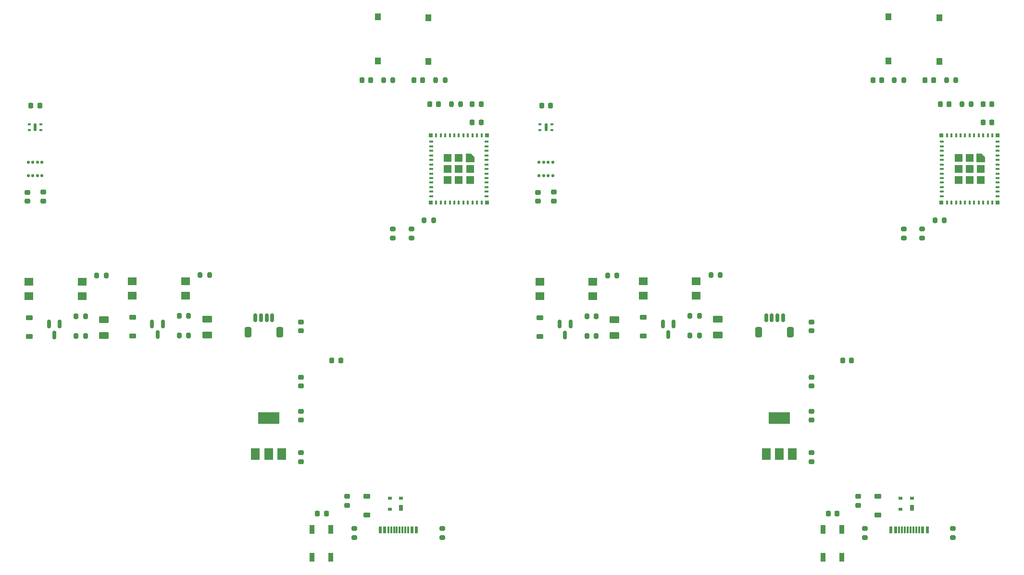
<source format=gbr>
%TF.GenerationSoftware,KiCad,Pcbnew,(7.0.0-0)*%
%TF.CreationDate,2023-04-22T21:20:02-04:00*%
%TF.ProjectId,KwartzLab-SensorBoard-Rev3 Panel,4b776172-747a-44c6-9162-2d53656e736f,3*%
%TF.SameCoordinates,Original*%
%TF.FileFunction,Paste,Top*%
%TF.FilePolarity,Positive*%
%FSLAX46Y46*%
G04 Gerber Fmt 4.6, Leading zero omitted, Abs format (unit mm)*
G04 Created by KiCad (PCBNEW (7.0.0-0)) date 2023-04-22 21:20:02*
%MOMM*%
%LPD*%
G01*
G04 APERTURE LIST*
G04 Aperture macros list*
%AMRoundRect*
0 Rectangle with rounded corners*
0 $1 Rounding radius*
0 $2 $3 $4 $5 $6 $7 $8 $9 X,Y pos of 4 corners*
0 Add a 4 corners polygon primitive as box body*
4,1,4,$2,$3,$4,$5,$6,$7,$8,$9,$2,$3,0*
0 Add four circle primitives for the rounded corners*
1,1,$1+$1,$2,$3*
1,1,$1+$1,$4,$5*
1,1,$1+$1,$6,$7*
1,1,$1+$1,$8,$9*
0 Add four rect primitives between the rounded corners*
20,1,$1+$1,$2,$3,$4,$5,0*
20,1,$1+$1,$4,$5,$6,$7,0*
20,1,$1+$1,$6,$7,$8,$9,0*
20,1,$1+$1,$8,$9,$2,$3,0*%
%AMFreePoly0*
4,1,6,0.725000,-0.725000,-0.725000,-0.725000,-0.725000,0.125000,-0.125000,0.725000,0.725000,0.725000,0.725000,-0.725000,0.725000,-0.725000,$1*%
G04 Aperture macros list end*
%ADD10RoundRect,0.225000X-0.375000X0.225000X-0.375000X-0.225000X0.375000X-0.225000X0.375000X0.225000X0*%
%ADD11R,1.000000X1.250000*%
%ADD12RoundRect,0.225000X-0.225000X-0.250000X0.225000X-0.250000X0.225000X0.250000X-0.225000X0.250000X0*%
%ADD13R,1.500000X2.000000*%
%ADD14R,3.800000X2.000000*%
%ADD15RoundRect,0.200000X0.200000X0.275000X-0.200000X0.275000X-0.200000X-0.275000X0.200000X-0.275000X0*%
%ADD16RoundRect,0.150000X-0.150000X0.587500X-0.150000X-0.587500X0.150000X-0.587500X0.150000X0.587500X0*%
%ADD17RoundRect,0.200000X-0.200000X-0.275000X0.200000X-0.275000X0.200000X0.275000X-0.200000X0.275000X0*%
%ADD18R,0.400000X0.800000*%
%ADD19R,0.800000X0.400000*%
%ADD20FreePoly0,270.000000*%
%ADD21R,1.450000X1.450000*%
%ADD22R,0.700000X0.700000*%
%ADD23RoundRect,0.225000X-0.250000X0.225000X-0.250000X-0.225000X0.250000X-0.225000X0.250000X0.225000X0*%
%ADD24RoundRect,0.250000X-0.625000X0.375000X-0.625000X-0.375000X0.625000X-0.375000X0.625000X0.375000X0*%
%ADD25RoundRect,0.200000X-0.275000X0.200000X-0.275000X-0.200000X0.275000X-0.200000X0.275000X0.200000X0*%
%ADD26R,0.700000X1.000000*%
%ADD27R,0.700000X0.600000*%
%ADD28RoundRect,0.225000X0.225000X0.250000X-0.225000X0.250000X-0.225000X-0.250000X0.225000X-0.250000X0*%
%ADD29R,1.600000X1.400000*%
%ADD30RoundRect,0.225000X0.250000X-0.225000X0.250000X0.225000X-0.250000X0.225000X-0.250000X-0.225000X0*%
%ADD31R,0.900000X1.500000*%
%ADD32RoundRect,0.087500X-0.187500X-0.087500X0.187500X-0.087500X0.187500X0.087500X-0.187500X0.087500X0*%
%ADD33RoundRect,0.125000X-0.125000X-0.575000X0.125000X-0.575000X0.125000X0.575000X-0.125000X0.575000X0*%
%ADD34RoundRect,0.087500X0.187500X0.087500X-0.187500X0.087500X-0.187500X-0.087500X0.187500X-0.087500X0*%
%ADD35RoundRect,0.150000X0.150000X0.625000X-0.150000X0.625000X-0.150000X-0.625000X0.150000X-0.625000X0*%
%ADD36RoundRect,0.250000X0.350000X0.650000X-0.350000X0.650000X-0.350000X-0.650000X0.350000X-0.650000X0*%
%ADD37RoundRect,0.125000X-0.125000X-0.137500X0.125000X-0.137500X0.125000X0.137500X-0.125000X0.137500X0*%
%ADD38R,0.600000X1.150000*%
%ADD39R,0.300000X1.150000*%
G04 APERTURE END LIST*
D10*
%TO.C,D7*%
X160819994Y-82122500D03*
X160819994Y-85422500D03*
%TD*%
D11*
%TO.C,SW1*%
X203999993Y-29124999D03*
X203999993Y-36874999D03*
%TD*%
D12*
%TO.C,C7*%
X201249994Y-40250000D03*
X202799994Y-40250000D03*
%TD*%
D13*
%TO.C,U2*%
X182489993Y-106199999D03*
X184789993Y-106199999D03*
D14*
X184789993Y-99899999D03*
D13*
X187089993Y-106199999D03*
%TD*%
D15*
%TO.C,R13*%
X170719994Y-81830000D03*
X169069994Y-81830000D03*
%TD*%
D16*
%TO.C,Q2*%
X76222806Y-83265000D03*
X74322806Y-83265000D03*
X75272806Y-85140000D03*
%TD*%
D17*
%TO.C,R6*%
X205049994Y-40250000D03*
X206699994Y-40250000D03*
%TD*%
D12*
%TO.C,C3*%
X220649994Y-44500000D03*
X222199994Y-44500000D03*
%TD*%
%TO.C,C9*%
X193399994Y-116750000D03*
X194949994Y-116750000D03*
%TD*%
%TO.C,C2*%
X130692806Y-47750000D03*
X132242806Y-47750000D03*
%TD*%
D18*
%TO.C,U1*%
X132342805Y-50049999D03*
X131542805Y-50049999D03*
X130742805Y-50049999D03*
X129942805Y-50049999D03*
X129142805Y-50049999D03*
X128342805Y-50049999D03*
X127542805Y-50049999D03*
X126742805Y-50049999D03*
X125942805Y-50049999D03*
X125142805Y-50049999D03*
X124342805Y-50049999D03*
D19*
X123442805Y-51149999D03*
X123442805Y-51949999D03*
X123442805Y-52749999D03*
X123442805Y-53549999D03*
X123442805Y-54349999D03*
X123442805Y-55149999D03*
X123442805Y-55949999D03*
X123442805Y-56749999D03*
X123442805Y-57549999D03*
X123442805Y-58349999D03*
X123442805Y-59149999D03*
X123442805Y-59949999D03*
X123442805Y-60749999D03*
D18*
X124342805Y-61849999D03*
X125142805Y-61849999D03*
X125942805Y-61849999D03*
X126742805Y-61849999D03*
X127542805Y-61849999D03*
X128342805Y-61849999D03*
X129142805Y-61849999D03*
X129942805Y-61849999D03*
X130742805Y-61849999D03*
X131542805Y-61849999D03*
X132342805Y-61849999D03*
D19*
X133242805Y-60749999D03*
X133242805Y-59949999D03*
X133242805Y-59149999D03*
X133242805Y-58349999D03*
X133242805Y-57549999D03*
X133242805Y-56749999D03*
X133242805Y-55949999D03*
X133242805Y-55149999D03*
X133242805Y-54349999D03*
X133242805Y-53549999D03*
X133242805Y-52749999D03*
X133242805Y-51949999D03*
X133242805Y-51149999D03*
D20*
X130317806Y-53975000D03*
D21*
X128342805Y-53974999D03*
X126367805Y-53974999D03*
X130317805Y-55949999D03*
X128342805Y-55949999D03*
X126367805Y-55949999D03*
X130317805Y-57924999D03*
X128342805Y-57924999D03*
X126367805Y-57924999D03*
D22*
X133292805Y-61899999D03*
X123392805Y-61899999D03*
X123392805Y-49999999D03*
X133292805Y-49999999D03*
%TD*%
D23*
%TO.C,C11*%
X145107752Y-60040000D03*
X145107752Y-61590000D03*
%TD*%
D24*
%TO.C,D4*%
X155759994Y-82502500D03*
X155759994Y-85302500D03*
%TD*%
D25*
%TO.C,R4*%
X109922806Y-119350000D03*
X109922806Y-121000000D03*
%TD*%
D12*
%TO.C,C2*%
X220649994Y-47750000D03*
X222199994Y-47750000D03*
%TD*%
D17*
%TO.C,R14*%
X212199994Y-64990000D03*
X213849994Y-64990000D03*
%TD*%
D23*
%TO.C,C6*%
X198629994Y-113700000D03*
X198629994Y-115250000D03*
%TD*%
D26*
%TO.C,D1*%
X208129993Y-115749999D03*
D27*
X208129993Y-114049999D03*
X206129993Y-114049999D03*
X206129993Y-115949999D03*
%TD*%
D28*
%TO.C,C14*%
X197499994Y-89750000D03*
X195949994Y-89750000D03*
%TD*%
D25*
%TO.C,R1*%
X119992806Y-66500000D03*
X119992806Y-68150000D03*
%TD*%
D12*
%TO.C,C10*%
X52992806Y-44791017D03*
X54542806Y-44791017D03*
%TD*%
%TO.C,C1*%
X213149994Y-44500000D03*
X214699994Y-44500000D03*
%TD*%
D29*
%TO.C,OC2*%
X160789993Y-75769999D03*
X160789993Y-78309999D03*
X170149993Y-78309999D03*
X170149993Y-75769999D03*
%TD*%
D30*
%TO.C,C15*%
X100492806Y-84500000D03*
X100492806Y-82950000D03*
%TD*%
D31*
%TO.C,D3*%
X102492805Y-124399999D03*
X105792805Y-124399999D03*
X105792805Y-119499999D03*
X102492805Y-119499999D03*
%TD*%
D30*
%TO.C,C13*%
X100492806Y-94250000D03*
X100492806Y-92700000D03*
%TD*%
D25*
%TO.C,R5*%
X215379994Y-119350000D03*
X215379994Y-121000000D03*
%TD*%
D10*
%TO.C,D2*%
X202129994Y-113700000D03*
X202129994Y-117000000D03*
%TD*%
D32*
%TO.C,U3*%
X142649994Y-48103517D03*
X142649994Y-49103517D03*
D33*
X143674994Y-48603517D03*
D34*
X144699994Y-48103517D03*
X144699994Y-49103517D03*
%TD*%
D23*
%TO.C,C12*%
X52320564Y-60050000D03*
X52320564Y-61600000D03*
%TD*%
D11*
%TO.C,SW2*%
X122992805Y-29249999D03*
X122992805Y-36999999D03*
%TD*%
D30*
%TO.C,C5*%
X100492806Y-100250000D03*
X100492806Y-98700000D03*
%TD*%
D17*
%TO.C,R7*%
X124242806Y-40250000D03*
X125892806Y-40250000D03*
%TD*%
D24*
%TO.C,D5*%
X173949994Y-82442500D03*
X173949994Y-85242500D03*
%TD*%
D10*
%TO.C,D2*%
X112172806Y-113700000D03*
X112172806Y-117000000D03*
%TD*%
D15*
%TO.C,R10*%
X62572806Y-85390000D03*
X60922806Y-85390000D03*
%TD*%
D10*
%TO.C,D6*%
X142629994Y-82182500D03*
X142629994Y-85482500D03*
%TD*%
D12*
%TO.C,C1*%
X123192806Y-44500000D03*
X124742806Y-44500000D03*
%TD*%
D25*
%TO.C,R5*%
X125422806Y-119350000D03*
X125422806Y-121000000D03*
%TD*%
%TO.C,R4*%
X199879994Y-119350000D03*
X199879994Y-121000000D03*
%TD*%
D30*
%TO.C,C5*%
X190449994Y-100250000D03*
X190449994Y-98700000D03*
%TD*%
D35*
%TO.C,J7*%
X95492806Y-82225000D03*
X94492806Y-82225000D03*
X93492806Y-82225000D03*
X92492806Y-82225000D03*
D36*
X96792806Y-84750000D03*
X91192806Y-84750000D03*
%TD*%
D12*
%TO.C,C8*%
X120442806Y-40250000D03*
X121992806Y-40250000D03*
%TD*%
D17*
%TO.C,R14*%
X122242806Y-64990000D03*
X123892806Y-64990000D03*
%TD*%
D10*
%TO.C,D6*%
X52672806Y-82182500D03*
X52672806Y-85482500D03*
%TD*%
D15*
%TO.C,R11*%
X152529994Y-81890000D03*
X150879994Y-81890000D03*
%TD*%
D29*
%TO.C,OC1*%
X52627805Y-75864999D03*
X52627805Y-78404999D03*
X61987805Y-78404999D03*
X61987805Y-75864999D03*
%TD*%
D28*
%TO.C,C14*%
X107542806Y-89750000D03*
X105992806Y-89750000D03*
%TD*%
D29*
%TO.C,OC2*%
X70832805Y-75769999D03*
X70832805Y-78309999D03*
X80192805Y-78309999D03*
X80192805Y-75769999D03*
%TD*%
D37*
%TO.C,U4*%
X142482475Y-54771868D03*
X143282475Y-54771868D03*
X144082475Y-54771868D03*
X144882475Y-54771868D03*
X144882475Y-57146868D03*
X144082475Y-57146868D03*
X143282475Y-57146868D03*
X142482475Y-57146868D03*
%TD*%
D16*
%TO.C,Q2*%
X166179994Y-83265000D03*
X164279994Y-83265000D03*
X165229994Y-85140000D03*
%TD*%
D15*
%TO.C,R13*%
X80762806Y-81830000D03*
X79112806Y-81830000D03*
%TD*%
%TO.C,R12*%
X80762806Y-85330000D03*
X79112806Y-85330000D03*
%TD*%
D25*
%TO.C,R1*%
X209949994Y-66500000D03*
X209949994Y-68150000D03*
%TD*%
D30*
%TO.C,C13*%
X190449994Y-94250000D03*
X190449994Y-92700000D03*
%TD*%
D18*
%TO.C,U1*%
X222299993Y-50049999D03*
X221499993Y-50049999D03*
X220699993Y-50049999D03*
X219899993Y-50049999D03*
X219099993Y-50049999D03*
X218299993Y-50049999D03*
X217499993Y-50049999D03*
X216699993Y-50049999D03*
X215899993Y-50049999D03*
X215099993Y-50049999D03*
X214299993Y-50049999D03*
D19*
X213399993Y-51149999D03*
X213399993Y-51949999D03*
X213399993Y-52749999D03*
X213399993Y-53549999D03*
X213399993Y-54349999D03*
X213399993Y-55149999D03*
X213399993Y-55949999D03*
X213399993Y-56749999D03*
X213399993Y-57549999D03*
X213399993Y-58349999D03*
X213399993Y-59149999D03*
X213399993Y-59949999D03*
X213399993Y-60749999D03*
D18*
X214299993Y-61849999D03*
X215099993Y-61849999D03*
X215899993Y-61849999D03*
X216699993Y-61849999D03*
X217499993Y-61849999D03*
X218299993Y-61849999D03*
X219099993Y-61849999D03*
X219899993Y-61849999D03*
X220699993Y-61849999D03*
X221499993Y-61849999D03*
X222299993Y-61849999D03*
D19*
X223199993Y-60749999D03*
X223199993Y-59949999D03*
X223199993Y-59149999D03*
X223199993Y-58349999D03*
X223199993Y-57549999D03*
X223199993Y-56749999D03*
X223199993Y-55949999D03*
X223199993Y-55149999D03*
X223199993Y-54349999D03*
X223199993Y-53549999D03*
X223199993Y-52749999D03*
X223199993Y-51949999D03*
X223199993Y-51149999D03*
D20*
X220274994Y-53975000D03*
D21*
X218299993Y-53974999D03*
X216324993Y-53974999D03*
X220274993Y-55949999D03*
X218299993Y-55949999D03*
X216324993Y-55949999D03*
X220274993Y-57924999D03*
X218299993Y-57924999D03*
X216324993Y-57924999D03*
D22*
X223249993Y-61899999D03*
X213349993Y-61899999D03*
X213349993Y-49999999D03*
X223249993Y-49999999D03*
%TD*%
D10*
%TO.C,D7*%
X70862806Y-82122500D03*
X70862806Y-85422500D03*
%TD*%
D15*
%TO.C,R9*%
X174389994Y-74650000D03*
X172739994Y-74650000D03*
%TD*%
D29*
%TO.C,OC1*%
X142584993Y-75864999D03*
X142584993Y-78404999D03*
X151944993Y-78404999D03*
X151944993Y-75864999D03*
%TD*%
D31*
%TO.C,D3*%
X192449993Y-124399999D03*
X195749993Y-124399999D03*
X195749993Y-119499999D03*
X192449993Y-119499999D03*
%TD*%
D25*
%TO.C,R2*%
X206699994Y-66500000D03*
X206699994Y-68150000D03*
%TD*%
D30*
%TO.C,C15*%
X190449994Y-84500000D03*
X190449994Y-82950000D03*
%TD*%
D15*
%TO.C,R12*%
X170719994Y-85330000D03*
X169069994Y-85330000D03*
%TD*%
D12*
%TO.C,C3*%
X130692806Y-44500000D03*
X132242806Y-44500000D03*
%TD*%
D30*
%TO.C,C4*%
X190449994Y-107550000D03*
X190449994Y-106000000D03*
%TD*%
D37*
%TO.C,U4*%
X52525287Y-54771868D03*
X53325287Y-54771868D03*
X54125287Y-54771868D03*
X54925287Y-54771868D03*
X54925287Y-57146868D03*
X54125287Y-57146868D03*
X53325287Y-57146868D03*
X52525287Y-57146868D03*
%TD*%
D15*
%TO.C,R8*%
X156199994Y-74710000D03*
X154549994Y-74710000D03*
%TD*%
D24*
%TO.C,D4*%
X65802806Y-82502500D03*
X65802806Y-85302500D03*
%TD*%
D23*
%TO.C,C6*%
X108672806Y-113700000D03*
X108672806Y-115250000D03*
%TD*%
D38*
%TO.C,J2*%
X204429993Y-119644999D03*
X205229993Y-119644999D03*
D39*
X206379993Y-119644999D03*
X207379993Y-119644999D03*
X207879993Y-119644999D03*
X208879993Y-119644999D03*
D38*
X210029993Y-119644999D03*
X210829993Y-119644999D03*
X210829993Y-119644999D03*
X210029993Y-119644999D03*
D39*
X209379993Y-119644999D03*
X208379993Y-119644999D03*
X206879993Y-119644999D03*
X205879993Y-119644999D03*
D38*
X205229993Y-119644999D03*
X204429993Y-119644999D03*
%TD*%
%TO.C,J2*%
X114472805Y-119644999D03*
X115272805Y-119644999D03*
D39*
X116422805Y-119644999D03*
X117422805Y-119644999D03*
X117922805Y-119644999D03*
X118922805Y-119644999D03*
D38*
X120072805Y-119644999D03*
X120872805Y-119644999D03*
X120872805Y-119644999D03*
X120072805Y-119644999D03*
D39*
X119422805Y-119644999D03*
X118422805Y-119644999D03*
X116922805Y-119644999D03*
X115922805Y-119644999D03*
D38*
X115272805Y-119644999D03*
X114472805Y-119644999D03*
%TD*%
D25*
%TO.C,R2*%
X116742806Y-66500000D03*
X116742806Y-68150000D03*
%TD*%
D15*
%TO.C,R11*%
X62572806Y-81890000D03*
X60922806Y-81890000D03*
%TD*%
D32*
%TO.C,U3*%
X52692806Y-48103517D03*
X52692806Y-49103517D03*
D33*
X53717806Y-48603517D03*
D34*
X54742806Y-48103517D03*
X54742806Y-49103517D03*
%TD*%
D12*
%TO.C,C10*%
X142949994Y-44791017D03*
X144499994Y-44791017D03*
%TD*%
D15*
%TO.C,R10*%
X152529994Y-85390000D03*
X150879994Y-85390000D03*
%TD*%
D11*
%TO.C,SW2*%
X212949993Y-29249999D03*
X212949993Y-36999999D03*
%TD*%
D15*
%TO.C,R9*%
X84432806Y-74650000D03*
X82782806Y-74650000D03*
%TD*%
%TO.C,R8*%
X66242806Y-74710000D03*
X64592806Y-74710000D03*
%TD*%
%TO.C,R3*%
X218599994Y-44500000D03*
X216949994Y-44500000D03*
%TD*%
D12*
%TO.C,C7*%
X111292806Y-40250000D03*
X112842806Y-40250000D03*
%TD*%
D13*
%TO.C,U2*%
X92532805Y-106199999D03*
X94832805Y-106199999D03*
D14*
X94832805Y-99899999D03*
D13*
X97132805Y-106199999D03*
%TD*%
D24*
%TO.C,D5*%
X83992806Y-82442500D03*
X83992806Y-85242500D03*
%TD*%
D26*
%TO.C,D1*%
X118172805Y-115749999D03*
D27*
X118172805Y-114049999D03*
X116172805Y-114049999D03*
X116172805Y-115949999D03*
%TD*%
D35*
%TO.C,J7*%
X185449994Y-82225000D03*
X184449994Y-82225000D03*
X183449994Y-82225000D03*
X182449994Y-82225000D03*
D36*
X186749994Y-84750000D03*
X181149994Y-84750000D03*
%TD*%
D30*
%TO.C,C4*%
X100492806Y-107550000D03*
X100492806Y-106000000D03*
%TD*%
D17*
%TO.C,R6*%
X115092806Y-40250000D03*
X116742806Y-40250000D03*
%TD*%
D16*
%TO.C,Q1*%
X58032806Y-83325000D03*
X56132806Y-83325000D03*
X57082806Y-85200000D03*
%TD*%
D23*
%TO.C,C11*%
X55150564Y-60040000D03*
X55150564Y-61590000D03*
%TD*%
D12*
%TO.C,C9*%
X103442806Y-116750000D03*
X104992806Y-116750000D03*
%TD*%
D17*
%TO.C,R7*%
X214199994Y-40250000D03*
X215849994Y-40250000D03*
%TD*%
D12*
%TO.C,C8*%
X210399994Y-40250000D03*
X211949994Y-40250000D03*
%TD*%
D16*
%TO.C,Q1*%
X147989994Y-83325000D03*
X146089994Y-83325000D03*
X147039994Y-85200000D03*
%TD*%
D15*
%TO.C,R3*%
X128642806Y-44500000D03*
X126992806Y-44500000D03*
%TD*%
D23*
%TO.C,C12*%
X142277752Y-60050000D03*
X142277752Y-61600000D03*
%TD*%
D11*
%TO.C,SW1*%
X114042805Y-29124999D03*
X114042805Y-36874999D03*
%TD*%
M02*

</source>
